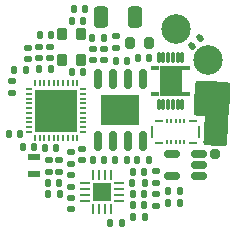
<source format=gbs>
G04 #@! TF.GenerationSoftware,KiCad,Pcbnew,(7.0.0-0)*
G04 #@! TF.CreationDate,2024-01-26T00:14:49+08:00*
G04 #@! TF.ProjectId,Revolute,5265766f-6c75-4746-952e-6b696361645f,rev?*
G04 #@! TF.SameCoordinates,Original*
G04 #@! TF.FileFunction,Soldermask,Bot*
G04 #@! TF.FilePolarity,Negative*
%FSLAX46Y46*%
G04 Gerber Fmt 4.6, Leading zero omitted, Abs format (unit mm)*
G04 Created by KiCad (PCBNEW (7.0.0-0)) date 2024-01-26 00:14:49*
%MOMM*%
%LPD*%
G01*
G04 APERTURE LIST*
G04 Aperture macros list*
%AMRoundRect*
0 Rectangle with rounded corners*
0 $1 Rounding radius*
0 $2 $3 $4 $5 $6 $7 $8 $9 X,Y pos of 4 corners*
0 Add a 4 corners polygon primitive as box body*
4,1,4,$2,$3,$4,$5,$6,$7,$8,$9,$2,$3,0*
0 Add four circle primitives for the rounded corners*
1,1,$1+$1,$2,$3*
1,1,$1+$1,$4,$5*
1,1,$1+$1,$6,$7*
1,1,$1+$1,$8,$9*
0 Add four rect primitives between the rounded corners*
20,1,$1+$1,$2,$3,$4,$5,0*
20,1,$1+$1,$4,$5,$6,$7,0*
20,1,$1+$1,$6,$7,$8,$9,0*
20,1,$1+$1,$8,$9,$2,$3,0*%
G04 Aperture macros list end*
%ADD10RoundRect,0.200000X0.200000X-0.200000X0.200000X0.200000X-0.200000X0.200000X-0.200000X-0.200000X0*%
%ADD11RoundRect,0.200000X0.730867X-1.340087X0.866940X1.256350X-0.730867X1.340087X-0.866940X-1.256350X0*%
%ADD12RoundRect,0.300000X1.135552X-1.261159X1.261159X1.135552X-1.135552X1.261159X-1.261159X-1.135552X0*%
%ADD13RoundRect,0.140000X0.021213X-0.219203X0.219203X-0.021213X-0.021213X0.219203X-0.219203X0.021213X0*%
%ADD14RoundRect,0.140000X0.140000X0.170000X-0.140000X0.170000X-0.140000X-0.170000X0.140000X-0.170000X0*%
%ADD15C,2.500000*%
%ADD16RoundRect,0.147500X-0.147500X-0.172500X0.147500X-0.172500X0.147500X0.172500X-0.147500X0.172500X0*%
%ADD17RoundRect,0.135000X-0.185000X0.135000X-0.185000X-0.135000X0.185000X-0.135000X0.185000X0.135000X0*%
%ADD18RoundRect,0.200000X-0.200000X-0.275000X0.200000X-0.275000X0.200000X0.275000X-0.200000X0.275000X0*%
%ADD19RoundRect,0.147500X-0.172500X0.147500X-0.172500X-0.147500X0.172500X-0.147500X0.172500X0.147500X0*%
%ADD20RoundRect,0.250000X-0.350000X-0.650000X0.350000X-0.650000X0.350000X0.650000X-0.350000X0.650000X0*%
%ADD21RoundRect,0.147500X0.172500X-0.147500X0.172500X0.147500X-0.172500X0.147500X-0.172500X-0.147500X0*%
%ADD22RoundRect,0.140000X-0.140000X-0.170000X0.140000X-0.170000X0.140000X0.170000X-0.140000X0.170000X0*%
%ADD23R,0.180000X0.325000*%
%ADD24R,0.750000X0.235000*%
%ADD25R,0.215000X1.040000*%
%ADD26RoundRect,0.140000X-0.170000X0.140000X-0.170000X-0.140000X0.170000X-0.140000X0.170000X0.140000X0*%
%ADD27RoundRect,0.062500X0.062500X-0.375000X0.062500X0.375000X-0.062500X0.375000X-0.062500X-0.375000X0*%
%ADD28RoundRect,0.062500X0.375000X-0.062500X0.375000X0.062500X-0.375000X0.062500X-0.375000X-0.062500X0*%
%ADD29R,1.600000X1.600000*%
%ADD30RoundRect,0.150000X0.300000X-0.350000X0.300000X0.350000X-0.300000X0.350000X-0.300000X-0.350000X0*%
%ADD31R,1.100000X0.600000*%
%ADD32RoundRect,0.135000X0.135000X0.185000X-0.135000X0.185000X-0.135000X-0.185000X0.135000X-0.185000X0*%
%ADD33RoundRect,0.140000X0.170000X-0.140000X0.170000X0.140000X-0.170000X0.140000X-0.170000X-0.140000X0*%
%ADD34RoundRect,0.135000X-0.135000X-0.185000X0.135000X-0.185000X0.135000X0.185000X-0.135000X0.185000X0*%
%ADD35RoundRect,0.062500X0.062500X-0.212500X0.062500X0.212500X-0.062500X0.212500X-0.062500X-0.212500X0*%
%ADD36RoundRect,0.062500X0.212500X-0.062500X0.212500X0.062500X-0.212500X0.062500X-0.212500X-0.062500X0*%
%ADD37R,3.600000X3.600000*%
%ADD38RoundRect,0.135000X0.185000X-0.135000X0.185000X0.135000X-0.185000X0.135000X-0.185000X-0.135000X0*%
%ADD39RoundRect,0.147500X0.147500X0.172500X-0.147500X0.172500X-0.147500X-0.172500X0.147500X-0.172500X0*%
%ADD40RoundRect,0.150000X-0.150000X0.662500X-0.150000X-0.662500X0.150000X-0.662500X0.150000X0.662500X0*%
%ADD41R,3.200000X2.514000*%
%ADD42RoundRect,0.150000X0.512500X0.150000X-0.512500X0.150000X-0.512500X-0.150000X0.512500X-0.150000X0*%
%ADD43RoundRect,0.050000X0.100000X-0.100000X0.100000X0.100000X-0.100000X0.100000X-0.100000X-0.100000X0*%
%ADD44O,0.300000X0.950000*%
%ADD45R,0.575000X0.400000*%
%ADD46R,0.675000X0.400000*%
%ADD47R,1.950000X2.600000*%
G04 APERTURE END LIST*
D10*
X179050000Y-98675000D03*
D11*
X179121196Y-96534972D03*
D12*
X178755903Y-94012005D03*
D13*
X177071178Y-89553822D03*
X177750000Y-88875000D03*
D14*
X165574341Y-98181217D03*
X164614341Y-98181217D03*
X176055000Y-102825000D03*
X175095000Y-102825000D03*
D15*
X178450000Y-90750000D03*
D16*
X167065000Y-86450000D03*
X168035000Y-86450000D03*
D17*
X166880000Y-100510000D03*
X166880000Y-101530000D03*
D18*
X171825000Y-89300000D03*
X173475000Y-89300000D03*
D19*
X170650000Y-88715000D03*
X170650000Y-89685000D03*
D20*
X169375000Y-87075000D03*
X172275000Y-87075000D03*
D21*
X164150000Y-90576909D03*
X164150000Y-89606909D03*
D22*
X164870000Y-101120000D03*
X165830000Y-101120000D03*
D14*
X171580000Y-90800000D03*
X170620000Y-90800000D03*
D21*
X166830000Y-99540000D03*
X166830000Y-98570000D03*
D23*
X174999999Y-95937499D03*
X175349999Y-95937499D03*
X175699999Y-95937499D03*
X176049999Y-95937499D03*
X176399999Y-95937499D03*
X174999999Y-97712499D03*
X175349999Y-97712499D03*
X175699999Y-97712499D03*
X176049999Y-97712499D03*
X176399999Y-97712499D03*
D24*
X174264999Y-95892499D03*
D25*
X173684999Y-96824999D03*
D24*
X174264999Y-97757499D03*
X177134999Y-95892499D03*
D25*
X177714999Y-96824999D03*
D24*
X177134999Y-97757499D03*
D22*
X166920000Y-87450000D03*
X167880000Y-87450000D03*
D26*
X165100000Y-89620000D03*
X165100000Y-90580000D03*
X164940000Y-99240000D03*
X164940000Y-100200000D03*
D19*
X167780000Y-98270000D03*
X167780000Y-99240000D03*
D27*
X170230000Y-103357500D03*
X169730000Y-103357500D03*
X169230000Y-103357500D03*
X168730000Y-103357500D03*
D28*
X168042500Y-102670000D03*
X168042500Y-102170000D03*
X168042500Y-101670000D03*
X168042500Y-101170000D03*
D27*
X168730000Y-100482500D03*
X169230000Y-100482500D03*
X169730000Y-100482500D03*
X170230000Y-100482500D03*
D28*
X170917500Y-101170000D03*
X170917500Y-101670000D03*
X170917500Y-102170000D03*
X170917500Y-102670000D03*
D29*
X169479999Y-101919999D03*
D30*
X166100000Y-90720000D03*
X166100000Y-88520000D03*
X167700000Y-88520000D03*
X167700000Y-90720000D03*
D31*
X163752003Y-100380375D03*
X163752003Y-98980375D03*
D17*
X174011227Y-100156601D03*
X174011227Y-101176601D03*
D26*
X169650000Y-89820000D03*
X169650000Y-90780000D03*
D32*
X173490000Y-99190000D03*
X172470000Y-99190000D03*
D14*
X163698572Y-98148521D03*
X162738572Y-98148521D03*
D22*
X166900078Y-91799010D03*
X167860078Y-91799010D03*
D33*
X168700000Y-90780000D03*
X168700000Y-89820000D03*
D14*
X165159810Y-88628342D03*
X164199810Y-88628342D03*
D15*
X175750000Y-88100000D03*
D34*
X172085453Y-104031759D03*
X173105453Y-104031759D03*
D22*
X164920000Y-102120000D03*
X165880000Y-102120000D03*
X172070000Y-102070000D03*
X173030000Y-102070000D03*
D35*
X167380000Y-97320000D03*
X166980000Y-97320000D03*
X166580000Y-97320000D03*
X166180000Y-97320000D03*
X165780000Y-97320000D03*
X165380000Y-97320000D03*
X164980000Y-97320000D03*
X164580000Y-97320000D03*
X164180000Y-97320000D03*
X163780000Y-97320000D03*
D36*
X163280000Y-96820000D03*
X163280000Y-96420000D03*
X163280000Y-96020000D03*
X163280000Y-95620000D03*
X163280000Y-95220000D03*
X163280000Y-94820000D03*
X163280000Y-94420000D03*
X163280000Y-94020000D03*
X163280000Y-93620000D03*
X163280000Y-93220000D03*
D35*
X163780000Y-92720000D03*
X164180000Y-92720000D03*
X164580000Y-92720000D03*
X164980000Y-92720000D03*
X165380000Y-92720000D03*
X165780000Y-92720000D03*
X166180000Y-92720000D03*
X166580000Y-92720000D03*
X166980000Y-92720000D03*
X167380000Y-92720000D03*
D36*
X167880000Y-93220000D03*
X167880000Y-93620000D03*
X167880000Y-94020000D03*
X167880000Y-94420000D03*
X167880000Y-94820000D03*
X167880000Y-95220000D03*
X167880000Y-95620000D03*
X167880000Y-96020000D03*
X167880000Y-96420000D03*
X167880000Y-96820000D03*
D37*
X165579999Y-95019999D03*
D22*
X172070000Y-103020000D03*
X173030000Y-103020000D03*
D26*
X165864166Y-99240000D03*
X165864166Y-100200000D03*
D38*
X174001959Y-103078670D03*
X174001959Y-102058670D03*
D34*
X172050000Y-101140000D03*
X173070000Y-101140000D03*
D14*
X165130000Y-91500000D03*
X164170000Y-91500000D03*
D22*
X172500000Y-90575000D03*
X173460000Y-90575000D03*
D33*
X161870000Y-93510000D03*
X161870000Y-92550000D03*
D39*
X173055000Y-100190000D03*
X172085000Y-100190000D03*
D32*
X171570000Y-99180000D03*
X170550000Y-99180000D03*
D26*
X166830000Y-102440000D03*
X166830000Y-103400000D03*
D22*
X162050000Y-91620000D03*
X163010000Y-91620000D03*
D40*
X169095000Y-92362500D03*
X170365000Y-92362500D03*
X171635000Y-92362500D03*
X172905000Y-92362500D03*
X172905000Y-97637500D03*
X171635000Y-97637500D03*
X170365000Y-97637500D03*
X169095000Y-97637500D03*
D41*
X170999999Y-94999999D03*
D14*
X176052732Y-101800000D03*
X175092732Y-101800000D03*
D42*
X177712500Y-98675000D03*
X177712500Y-99625000D03*
X177712500Y-100575000D03*
X175437500Y-100575000D03*
X175437500Y-98675000D03*
D22*
X168700000Y-99170000D03*
X169660000Y-99170000D03*
D34*
X168640000Y-88900000D03*
X169660000Y-88900000D03*
D43*
X176275000Y-94825000D03*
D44*
X176274999Y-94499999D03*
D43*
X175875000Y-94825000D03*
D44*
X175874999Y-94499999D03*
D43*
X175475000Y-94825000D03*
D44*
X175474999Y-94499999D03*
D43*
X175075000Y-94825000D03*
D44*
X175074999Y-94499999D03*
D43*
X174675000Y-94825000D03*
D44*
X174674999Y-94499999D03*
D43*
X174275000Y-94825000D03*
D44*
X174274999Y-94499999D03*
X174274999Y-90549999D03*
D43*
X174275000Y-90225000D03*
D44*
X174674999Y-90549999D03*
D43*
X174675000Y-90225000D03*
D44*
X175074999Y-90549999D03*
D43*
X175075000Y-90225000D03*
D44*
X175474999Y-90549999D03*
D43*
X175475000Y-90225000D03*
D44*
X175874999Y-90549999D03*
D43*
X175875000Y-90225000D03*
D44*
X176274999Y-90549999D03*
D43*
X176275000Y-90225000D03*
D45*
X173909999Y-93624999D03*
D46*
X173962499Y-93624999D03*
X176587499Y-93624999D03*
D45*
X176639999Y-93624999D03*
D47*
X175274999Y-92524999D03*
X175274999Y-92524999D03*
D45*
X173909999Y-91424999D03*
D46*
X173962499Y-91424999D03*
X176587499Y-91424999D03*
D45*
X176639999Y-91424999D03*
D26*
X163180000Y-89690000D03*
X163180000Y-90650000D03*
D22*
X161588577Y-96975111D03*
X162548577Y-96975111D03*
D34*
X170146193Y-104516761D03*
X171166193Y-104516761D03*
M02*

</source>
